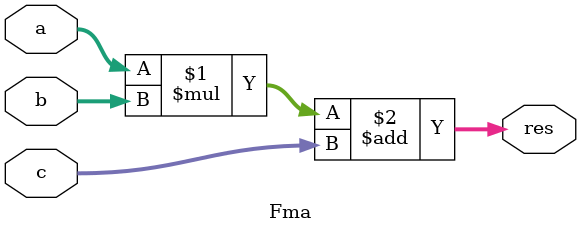
<source format=sv>

module Fma #(
    BW = 8
)
(
    input logic [BW-1:0] a,
    input logic [BW-1:0] b,
    input logic [BW-1:0] c,
    output logic [2*BW-1:0] res
);

assign res = a*b + c;   

endmodule
</source>
